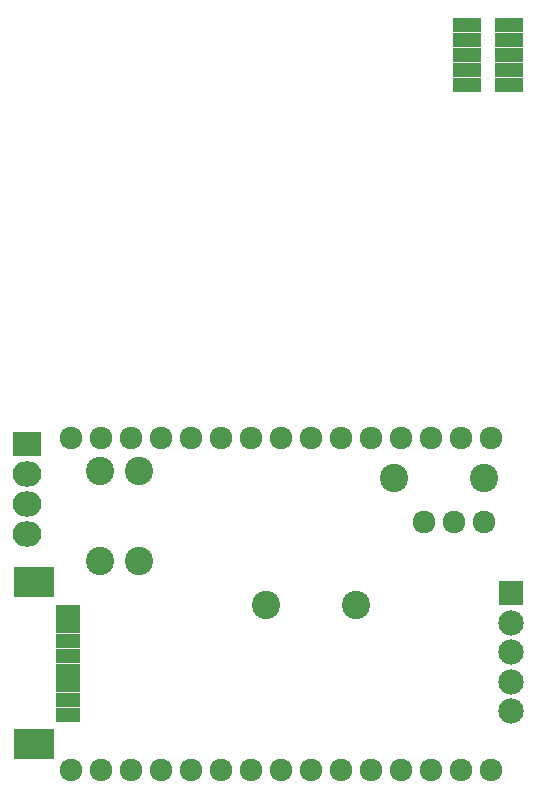
<source format=gbr>
G04 #@! TF.FileFunction,Soldermask,Top*
%FSLAX46Y46*%
G04 Gerber Fmt 4.6, Leading zero omitted, Abs format (unit mm)*
G04 Created by KiCad (PCBNEW 4.0.6) date 2017 May 11, Thursday 23:22:10*
%MOMM*%
%LPD*%
G01*
G04 APERTURE LIST*
%ADD10C,1.000000*%
%ADD11R,2.100000X1.200000*%
%ADD12R,3.500000X2.600000*%
%ADD13R,2.432000X2.127200*%
%ADD14O,2.432000X2.127200*%
%ADD15R,2.450000X1.160000*%
%ADD16R,2.150000X2.150000*%
%ADD17C,2.150000*%
%ADD18C,1.924000*%
%ADD19C,2.398980*%
G04 APERTURE END LIST*
D10*
D11*
X25517500Y-71557500D03*
X25517500Y-72807500D03*
X25517500Y-74057500D03*
X25517500Y-75307500D03*
X25517500Y-76557500D03*
X25517500Y-77807500D03*
X25517500Y-79057500D03*
X25517500Y-80307500D03*
D12*
X22617500Y-69057500D03*
X22617500Y-82807500D03*
D13*
X22067500Y-57392500D03*
D14*
X22067500Y-59932500D03*
X22067500Y-62472500D03*
X22067500Y-65012500D03*
D15*
X59317500Y-21932500D03*
X59317500Y-23202500D03*
X59317500Y-24472500D03*
X59317500Y-25742500D03*
X59317500Y-27012500D03*
X62867500Y-23202500D03*
X62867500Y-21932500D03*
X62867500Y-24472500D03*
X62867500Y-25742500D03*
X62867500Y-27012500D03*
D16*
X63000000Y-70000000D03*
D17*
X63000000Y-72500000D03*
X63000000Y-75000000D03*
X63000000Y-77500000D03*
X63000000Y-80000000D03*
D18*
X25747500Y-84932500D03*
X28287500Y-84932500D03*
X30827500Y-84932500D03*
X33367500Y-84932500D03*
X35907500Y-84932500D03*
X38447500Y-84932500D03*
X40987500Y-84932500D03*
X43527500Y-84932500D03*
X46067500Y-84932500D03*
X48607500Y-84932500D03*
X51147500Y-84932500D03*
X53687500Y-84932500D03*
X56227500Y-84932500D03*
X58767500Y-84932500D03*
X61307500Y-84932500D03*
X61307500Y-56882500D03*
X58767500Y-56882500D03*
X56227500Y-56882500D03*
X53687500Y-56882500D03*
X51147500Y-56882500D03*
X48607500Y-56882500D03*
X46067500Y-56882500D03*
X43527500Y-56882500D03*
X40987500Y-56882500D03*
X38447500Y-56882500D03*
X35907500Y-56882500D03*
X33367500Y-56882500D03*
X30827500Y-56882500D03*
X28287500Y-56882500D03*
X25747500Y-56882500D03*
X58250000Y-64000000D03*
X55710000Y-64000000D03*
X60790000Y-64000000D03*
D19*
X31500000Y-67250000D03*
X31500000Y-59630000D03*
X28250000Y-67250000D03*
X28250000Y-59630000D03*
X53130000Y-60250000D03*
X60750000Y-60250000D03*
X42250000Y-71000000D03*
X49870000Y-71000000D03*
M02*

</source>
